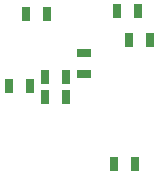
<source format=gbp>
G75*
%MOIN*%
%OFA0B0*%
%FSLAX25Y25*%
%IPPOS*%
%LPD*%
%AMOC8*
5,1,8,0,0,1.08239X$1,22.5*
%
%ADD10R,0.03150X0.04724*%
%ADD11R,0.04724X0.03150*%
D10*
X0017057Y0049013D03*
X0024143Y0049013D03*
X0029257Y0052013D03*
X0029257Y0045213D03*
X0036343Y0045213D03*
X0036343Y0052013D03*
X0029843Y0073013D03*
X0022757Y0073013D03*
X0052257Y0023013D03*
X0059343Y0023013D03*
X0057257Y0064413D03*
X0060343Y0074013D03*
X0064343Y0064413D03*
X0053257Y0074013D03*
D11*
X0042300Y0060057D03*
X0042300Y0052970D03*
M02*

</source>
